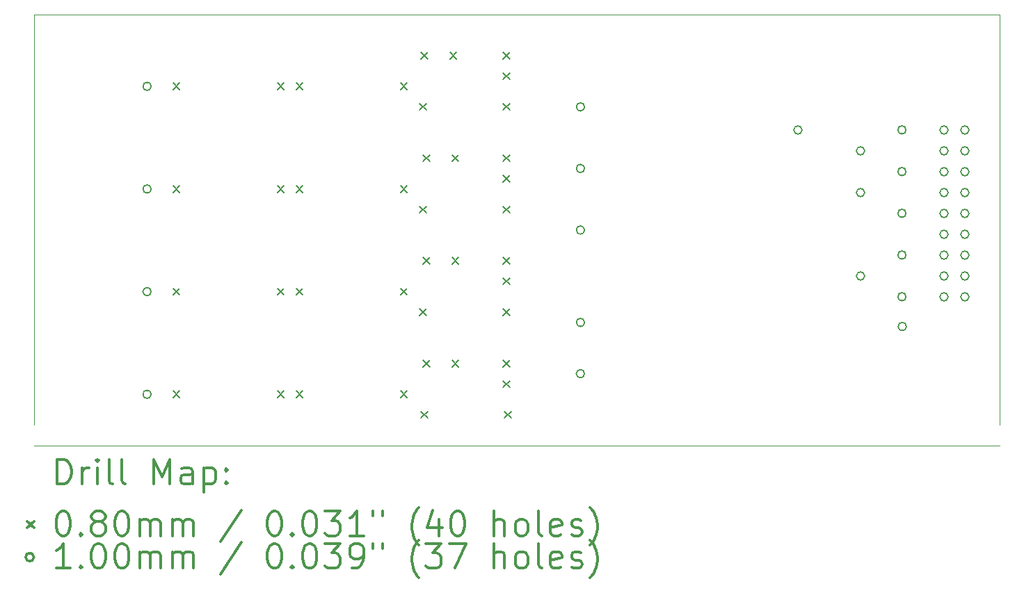
<source format=gbr>
%FSLAX45Y45*%
G04 Gerber Fmt 4.5, Leading zero omitted, Abs format (unit mm)*
G04 Created by KiCad (PCBNEW (5.1.5-0)) date 2020-04-03 13:37:01*
%MOMM*%
%LPD*%
G04 APERTURE LIST*
%TA.AperFunction,Profile*%
%ADD10C,0.050000*%
%TD*%
%ADD11C,0.200000*%
%ADD12C,0.300000*%
G04 APERTURE END LIST*
D10*
X11750000Y250000D02*
X11750000Y5250000D01*
X11750000Y5250000D02*
X0Y5250000D01*
X0Y0D02*
X11750000Y0D01*
X0Y5250000D02*
X0Y250000D01*
D11*
X4694000Y1665000D02*
X4774000Y1585000D01*
X4774000Y1665000D02*
X4694000Y1585000D01*
X5710000Y1665000D02*
X5790000Y1585000D01*
X5790000Y1665000D02*
X5710000Y1585000D01*
X4735000Y2290000D02*
X4815000Y2210000D01*
X4815000Y2290000D02*
X4735000Y2210000D01*
X5085000Y2290000D02*
X5165000Y2210000D01*
X5165000Y2290000D02*
X5085000Y2210000D01*
X5710000Y2290000D02*
X5790000Y2210000D01*
X5790000Y2290000D02*
X5710000Y2210000D01*
X5710000Y2040000D02*
X5790000Y1960000D01*
X5790000Y2040000D02*
X5710000Y1960000D01*
X3190000Y665000D02*
X3270000Y585000D01*
X3270000Y665000D02*
X3190000Y585000D01*
X4460000Y665000D02*
X4540000Y585000D01*
X4540000Y665000D02*
X4460000Y585000D01*
X4694000Y2915000D02*
X4774000Y2835000D01*
X4774000Y2915000D02*
X4694000Y2835000D01*
X5710000Y2915000D02*
X5790000Y2835000D01*
X5790000Y2915000D02*
X5710000Y2835000D01*
X3190000Y3165000D02*
X3270000Y3085000D01*
X3270000Y3165000D02*
X3190000Y3085000D01*
X4460000Y3165000D02*
X4540000Y3085000D01*
X4540000Y3165000D02*
X4460000Y3085000D01*
X5710000Y1040000D02*
X5790000Y960000D01*
X5790000Y1040000D02*
X5710000Y960000D01*
X5710000Y790000D02*
X5790000Y710000D01*
X5790000Y790000D02*
X5710000Y710000D01*
X4694000Y4165000D02*
X4774000Y4085000D01*
X4774000Y4165000D02*
X4694000Y4085000D01*
X5710000Y4165000D02*
X5790000Y4085000D01*
X5790000Y4165000D02*
X5710000Y4085000D01*
X5710000Y4790000D02*
X5790000Y4710000D01*
X5790000Y4790000D02*
X5710000Y4710000D01*
X5710000Y4540000D02*
X5790000Y4460000D01*
X5790000Y4540000D02*
X5710000Y4460000D01*
X4735000Y1040000D02*
X4815000Y960000D01*
X4815000Y1040000D02*
X4735000Y960000D01*
X5085000Y1040000D02*
X5165000Y960000D01*
X5165000Y1040000D02*
X5085000Y960000D01*
X4710000Y4790000D02*
X4790000Y4710000D01*
X4790000Y4790000D02*
X4710000Y4710000D01*
X5060000Y4790000D02*
X5140000Y4710000D01*
X5140000Y4790000D02*
X5060000Y4710000D01*
X1690000Y4415000D02*
X1770000Y4335000D01*
X1770000Y4415000D02*
X1690000Y4335000D01*
X2960000Y4415000D02*
X3040000Y4335000D01*
X3040000Y4415000D02*
X2960000Y4335000D01*
X5710000Y3540000D02*
X5790000Y3460000D01*
X5790000Y3540000D02*
X5710000Y3460000D01*
X5710000Y3290000D02*
X5790000Y3210000D01*
X5790000Y3290000D02*
X5710000Y3210000D01*
X3190000Y1915000D02*
X3270000Y1835000D01*
X3270000Y1915000D02*
X3190000Y1835000D01*
X4460000Y1915000D02*
X4540000Y1835000D01*
X4540000Y1915000D02*
X4460000Y1835000D01*
X3190000Y4415000D02*
X3270000Y4335000D01*
X3270000Y4415000D02*
X3190000Y4335000D01*
X4460000Y4415000D02*
X4540000Y4335000D01*
X4540000Y4415000D02*
X4460000Y4335000D01*
X1690000Y3165000D02*
X1770000Y3085000D01*
X1770000Y3165000D02*
X1690000Y3085000D01*
X2960000Y3165000D02*
X3040000Y3085000D01*
X3040000Y3165000D02*
X2960000Y3085000D01*
X1690000Y1915000D02*
X1770000Y1835000D01*
X1770000Y1915000D02*
X1690000Y1835000D01*
X2960000Y1915000D02*
X3040000Y1835000D01*
X3040000Y1915000D02*
X2960000Y1835000D01*
X4735000Y3540000D02*
X4815000Y3460000D01*
X4815000Y3540000D02*
X4735000Y3460000D01*
X5085000Y3540000D02*
X5165000Y3460000D01*
X5165000Y3540000D02*
X5085000Y3460000D01*
X1690000Y665000D02*
X1770000Y585000D01*
X1770000Y665000D02*
X1690000Y585000D01*
X2960000Y665000D02*
X3040000Y585000D01*
X3040000Y665000D02*
X2960000Y585000D01*
X4710000Y415000D02*
X4790000Y335000D01*
X4790000Y415000D02*
X4710000Y335000D01*
X5726000Y415000D02*
X5806000Y335000D01*
X5806000Y415000D02*
X5726000Y335000D01*
X10613000Y3844000D02*
G75*
G03X10613000Y3844000I-50000J0D01*
G01*
X10613000Y1812000D02*
G75*
G03X10613000Y1812000I-50000J0D01*
G01*
X1425000Y625000D02*
G75*
G03X1425000Y625000I-50000J0D01*
G01*
X6700000Y2625000D02*
G75*
G03X6700000Y2625000I-50000J0D01*
G01*
X11125000Y2320000D02*
G75*
G03X11125000Y2320000I-50000J0D01*
G01*
X11125000Y2066000D02*
G75*
G03X11125000Y2066000I-50000J0D01*
G01*
X11125000Y1812000D02*
G75*
G03X11125000Y1812000I-50000J0D01*
G01*
X11379000Y2320000D02*
G75*
G03X11379000Y2320000I-50000J0D01*
G01*
X11379000Y2066000D02*
G75*
G03X11379000Y2066000I-50000J0D01*
G01*
X11379000Y1812000D02*
G75*
G03X11379000Y1812000I-50000J0D01*
G01*
X10613000Y3336000D02*
G75*
G03X10613000Y3336000I-50000J0D01*
G01*
X6700000Y4125000D02*
G75*
G03X6700000Y4125000I-50000J0D01*
G01*
X1425000Y4375000D02*
G75*
G03X1425000Y4375000I-50000J0D01*
G01*
X10109000Y2066000D02*
G75*
G03X10109000Y2066000I-50000J0D01*
G01*
X9347000Y3844000D02*
G75*
G03X9347000Y3844000I-50000J0D01*
G01*
X6700000Y1500000D02*
G75*
G03X6700000Y1500000I-50000J0D01*
G01*
X11125000Y3844000D02*
G75*
G03X11125000Y3844000I-50000J0D01*
G01*
X11125000Y3590000D02*
G75*
G03X11125000Y3590000I-50000J0D01*
G01*
X11125000Y3336000D02*
G75*
G03X11125000Y3336000I-50000J0D01*
G01*
X11125000Y3082000D02*
G75*
G03X11125000Y3082000I-50000J0D01*
G01*
X11125000Y2828000D02*
G75*
G03X11125000Y2828000I-50000J0D01*
G01*
X11125000Y2574000D02*
G75*
G03X11125000Y2574000I-50000J0D01*
G01*
X11379000Y3844000D02*
G75*
G03X11379000Y3844000I-50000J0D01*
G01*
X11379000Y3590000D02*
G75*
G03X11379000Y3590000I-50000J0D01*
G01*
X11379000Y3336000D02*
G75*
G03X11379000Y3336000I-50000J0D01*
G01*
X11379000Y3082000D02*
G75*
G03X11379000Y3082000I-50000J0D01*
G01*
X11379000Y2828000D02*
G75*
G03X11379000Y2828000I-50000J0D01*
G01*
X11379000Y2574000D02*
G75*
G03X11379000Y2574000I-50000J0D01*
G01*
X1425000Y1875000D02*
G75*
G03X1425000Y1875000I-50000J0D01*
G01*
X10109000Y3590000D02*
G75*
G03X10109000Y3590000I-50000J0D01*
G01*
X10613000Y2320000D02*
G75*
G03X10613000Y2320000I-50000J0D01*
G01*
X6700000Y875000D02*
G75*
G03X6700000Y875000I-50000J0D01*
G01*
X10613000Y2828000D02*
G75*
G03X10613000Y2828000I-50000J0D01*
G01*
X10617000Y1450000D02*
G75*
G03X10617000Y1450000I-50000J0D01*
G01*
X6700000Y3375000D02*
G75*
G03X6700000Y3375000I-50000J0D01*
G01*
X1425000Y3125000D02*
G75*
G03X1425000Y3125000I-50000J0D01*
G01*
X10109000Y3082000D02*
G75*
G03X10109000Y3082000I-50000J0D01*
G01*
D12*
X283928Y-468214D02*
X283928Y-168214D01*
X355357Y-168214D01*
X398214Y-182500D01*
X426786Y-211071D01*
X441071Y-239643D01*
X455357Y-296786D01*
X455357Y-339643D01*
X441071Y-396786D01*
X426786Y-425357D01*
X398214Y-453929D01*
X355357Y-468214D01*
X283928Y-468214D01*
X583928Y-468214D02*
X583928Y-268214D01*
X583928Y-325357D02*
X598214Y-296786D01*
X612500Y-282500D01*
X641071Y-268214D01*
X669643Y-268214D01*
X769643Y-468214D02*
X769643Y-268214D01*
X769643Y-168214D02*
X755357Y-182500D01*
X769643Y-196786D01*
X783928Y-182500D01*
X769643Y-168214D01*
X769643Y-196786D01*
X955357Y-468214D02*
X926786Y-453929D01*
X912500Y-425357D01*
X912500Y-168214D01*
X1112500Y-468214D02*
X1083928Y-453929D01*
X1069643Y-425357D01*
X1069643Y-168214D01*
X1455357Y-468214D02*
X1455357Y-168214D01*
X1555357Y-382500D01*
X1655357Y-168214D01*
X1655357Y-468214D01*
X1926786Y-468214D02*
X1926786Y-311072D01*
X1912500Y-282500D01*
X1883928Y-268214D01*
X1826786Y-268214D01*
X1798214Y-282500D01*
X1926786Y-453929D02*
X1898214Y-468214D01*
X1826786Y-468214D01*
X1798214Y-453929D01*
X1783928Y-425357D01*
X1783928Y-396786D01*
X1798214Y-368214D01*
X1826786Y-353929D01*
X1898214Y-353929D01*
X1926786Y-339643D01*
X2069643Y-268214D02*
X2069643Y-568214D01*
X2069643Y-282500D02*
X2098214Y-268214D01*
X2155357Y-268214D01*
X2183928Y-282500D01*
X2198214Y-296786D01*
X2212500Y-325357D01*
X2212500Y-411071D01*
X2198214Y-439643D01*
X2183928Y-453929D01*
X2155357Y-468214D01*
X2098214Y-468214D01*
X2069643Y-453929D01*
X2341071Y-439643D02*
X2355357Y-453929D01*
X2341071Y-468214D01*
X2326786Y-453929D01*
X2341071Y-439643D01*
X2341071Y-468214D01*
X2341071Y-282500D02*
X2355357Y-296786D01*
X2341071Y-311072D01*
X2326786Y-296786D01*
X2341071Y-282500D01*
X2341071Y-311072D01*
X-82500Y-922500D02*
X-2500Y-1002500D01*
X-2500Y-922500D02*
X-82500Y-1002500D01*
X341071Y-798214D02*
X369643Y-798214D01*
X398214Y-812500D01*
X412500Y-826786D01*
X426786Y-855357D01*
X441071Y-912500D01*
X441071Y-983929D01*
X426786Y-1041071D01*
X412500Y-1069643D01*
X398214Y-1083929D01*
X369643Y-1098214D01*
X341071Y-1098214D01*
X312500Y-1083929D01*
X298214Y-1069643D01*
X283928Y-1041071D01*
X269643Y-983929D01*
X269643Y-912500D01*
X283928Y-855357D01*
X298214Y-826786D01*
X312500Y-812500D01*
X341071Y-798214D01*
X569643Y-1069643D02*
X583928Y-1083929D01*
X569643Y-1098214D01*
X555357Y-1083929D01*
X569643Y-1069643D01*
X569643Y-1098214D01*
X755357Y-926786D02*
X726786Y-912500D01*
X712500Y-898214D01*
X698214Y-869643D01*
X698214Y-855357D01*
X712500Y-826786D01*
X726786Y-812500D01*
X755357Y-798214D01*
X812500Y-798214D01*
X841071Y-812500D01*
X855357Y-826786D01*
X869643Y-855357D01*
X869643Y-869643D01*
X855357Y-898214D01*
X841071Y-912500D01*
X812500Y-926786D01*
X755357Y-926786D01*
X726786Y-941071D01*
X712500Y-955357D01*
X698214Y-983929D01*
X698214Y-1041071D01*
X712500Y-1069643D01*
X726786Y-1083929D01*
X755357Y-1098214D01*
X812500Y-1098214D01*
X841071Y-1083929D01*
X855357Y-1069643D01*
X869643Y-1041071D01*
X869643Y-983929D01*
X855357Y-955357D01*
X841071Y-941071D01*
X812500Y-926786D01*
X1055357Y-798214D02*
X1083928Y-798214D01*
X1112500Y-812500D01*
X1126786Y-826786D01*
X1141071Y-855357D01*
X1155357Y-912500D01*
X1155357Y-983929D01*
X1141071Y-1041071D01*
X1126786Y-1069643D01*
X1112500Y-1083929D01*
X1083928Y-1098214D01*
X1055357Y-1098214D01*
X1026786Y-1083929D01*
X1012500Y-1069643D01*
X998214Y-1041071D01*
X983928Y-983929D01*
X983928Y-912500D01*
X998214Y-855357D01*
X1012500Y-826786D01*
X1026786Y-812500D01*
X1055357Y-798214D01*
X1283928Y-1098214D02*
X1283928Y-898214D01*
X1283928Y-926786D02*
X1298214Y-912500D01*
X1326786Y-898214D01*
X1369643Y-898214D01*
X1398214Y-912500D01*
X1412500Y-941071D01*
X1412500Y-1098214D01*
X1412500Y-941071D02*
X1426786Y-912500D01*
X1455357Y-898214D01*
X1498214Y-898214D01*
X1526786Y-912500D01*
X1541071Y-941071D01*
X1541071Y-1098214D01*
X1683928Y-1098214D02*
X1683928Y-898214D01*
X1683928Y-926786D02*
X1698214Y-912500D01*
X1726786Y-898214D01*
X1769643Y-898214D01*
X1798214Y-912500D01*
X1812500Y-941071D01*
X1812500Y-1098214D01*
X1812500Y-941071D02*
X1826786Y-912500D01*
X1855357Y-898214D01*
X1898214Y-898214D01*
X1926786Y-912500D01*
X1941071Y-941071D01*
X1941071Y-1098214D01*
X2526786Y-783929D02*
X2269643Y-1169643D01*
X2912500Y-798214D02*
X2941071Y-798214D01*
X2969643Y-812500D01*
X2983928Y-826786D01*
X2998214Y-855357D01*
X3012500Y-912500D01*
X3012500Y-983929D01*
X2998214Y-1041071D01*
X2983928Y-1069643D01*
X2969643Y-1083929D01*
X2941071Y-1098214D01*
X2912500Y-1098214D01*
X2883928Y-1083929D01*
X2869643Y-1069643D01*
X2855357Y-1041071D01*
X2841071Y-983929D01*
X2841071Y-912500D01*
X2855357Y-855357D01*
X2869643Y-826786D01*
X2883928Y-812500D01*
X2912500Y-798214D01*
X3141071Y-1069643D02*
X3155357Y-1083929D01*
X3141071Y-1098214D01*
X3126786Y-1083929D01*
X3141071Y-1069643D01*
X3141071Y-1098214D01*
X3341071Y-798214D02*
X3369643Y-798214D01*
X3398214Y-812500D01*
X3412500Y-826786D01*
X3426786Y-855357D01*
X3441071Y-912500D01*
X3441071Y-983929D01*
X3426786Y-1041071D01*
X3412500Y-1069643D01*
X3398214Y-1083929D01*
X3369643Y-1098214D01*
X3341071Y-1098214D01*
X3312500Y-1083929D01*
X3298214Y-1069643D01*
X3283928Y-1041071D01*
X3269643Y-983929D01*
X3269643Y-912500D01*
X3283928Y-855357D01*
X3298214Y-826786D01*
X3312500Y-812500D01*
X3341071Y-798214D01*
X3541071Y-798214D02*
X3726786Y-798214D01*
X3626786Y-912500D01*
X3669643Y-912500D01*
X3698214Y-926786D01*
X3712500Y-941071D01*
X3726786Y-969643D01*
X3726786Y-1041071D01*
X3712500Y-1069643D01*
X3698214Y-1083929D01*
X3669643Y-1098214D01*
X3583928Y-1098214D01*
X3555357Y-1083929D01*
X3541071Y-1069643D01*
X4012500Y-1098214D02*
X3841071Y-1098214D01*
X3926786Y-1098214D02*
X3926786Y-798214D01*
X3898214Y-841071D01*
X3869643Y-869643D01*
X3841071Y-883929D01*
X4126786Y-798214D02*
X4126786Y-855357D01*
X4241071Y-798214D02*
X4241071Y-855357D01*
X4683928Y-1212500D02*
X4669643Y-1198214D01*
X4641071Y-1155357D01*
X4626786Y-1126786D01*
X4612500Y-1083929D01*
X4598214Y-1012500D01*
X4598214Y-955357D01*
X4612500Y-883929D01*
X4626786Y-841071D01*
X4641071Y-812500D01*
X4669643Y-769643D01*
X4683928Y-755357D01*
X4926786Y-898214D02*
X4926786Y-1098214D01*
X4855357Y-783929D02*
X4783928Y-998214D01*
X4969643Y-998214D01*
X5141071Y-798214D02*
X5169643Y-798214D01*
X5198214Y-812500D01*
X5212500Y-826786D01*
X5226786Y-855357D01*
X5241071Y-912500D01*
X5241071Y-983929D01*
X5226786Y-1041071D01*
X5212500Y-1069643D01*
X5198214Y-1083929D01*
X5169643Y-1098214D01*
X5141071Y-1098214D01*
X5112500Y-1083929D01*
X5098214Y-1069643D01*
X5083928Y-1041071D01*
X5069643Y-983929D01*
X5069643Y-912500D01*
X5083928Y-855357D01*
X5098214Y-826786D01*
X5112500Y-812500D01*
X5141071Y-798214D01*
X5598214Y-1098214D02*
X5598214Y-798214D01*
X5726786Y-1098214D02*
X5726786Y-941071D01*
X5712500Y-912500D01*
X5683928Y-898214D01*
X5641071Y-898214D01*
X5612500Y-912500D01*
X5598214Y-926786D01*
X5912500Y-1098214D02*
X5883928Y-1083929D01*
X5869643Y-1069643D01*
X5855357Y-1041071D01*
X5855357Y-955357D01*
X5869643Y-926786D01*
X5883928Y-912500D01*
X5912500Y-898214D01*
X5955357Y-898214D01*
X5983928Y-912500D01*
X5998214Y-926786D01*
X6012500Y-955357D01*
X6012500Y-1041071D01*
X5998214Y-1069643D01*
X5983928Y-1083929D01*
X5955357Y-1098214D01*
X5912500Y-1098214D01*
X6183928Y-1098214D02*
X6155357Y-1083929D01*
X6141071Y-1055357D01*
X6141071Y-798214D01*
X6412500Y-1083929D02*
X6383928Y-1098214D01*
X6326786Y-1098214D01*
X6298214Y-1083929D01*
X6283928Y-1055357D01*
X6283928Y-941071D01*
X6298214Y-912500D01*
X6326786Y-898214D01*
X6383928Y-898214D01*
X6412500Y-912500D01*
X6426786Y-941071D01*
X6426786Y-969643D01*
X6283928Y-998214D01*
X6541071Y-1083929D02*
X6569643Y-1098214D01*
X6626786Y-1098214D01*
X6655357Y-1083929D01*
X6669643Y-1055357D01*
X6669643Y-1041071D01*
X6655357Y-1012500D01*
X6626786Y-998214D01*
X6583928Y-998214D01*
X6555357Y-983929D01*
X6541071Y-955357D01*
X6541071Y-941071D01*
X6555357Y-912500D01*
X6583928Y-898214D01*
X6626786Y-898214D01*
X6655357Y-912500D01*
X6769643Y-1212500D02*
X6783928Y-1198214D01*
X6812500Y-1155357D01*
X6826786Y-1126786D01*
X6841071Y-1083929D01*
X6855357Y-1012500D01*
X6855357Y-955357D01*
X6841071Y-883929D01*
X6826786Y-841071D01*
X6812500Y-812500D01*
X6783928Y-769643D01*
X6769643Y-755357D01*
X-2500Y-1358500D02*
G75*
G03X-2500Y-1358500I-50000J0D01*
G01*
X441071Y-1494214D02*
X269643Y-1494214D01*
X355357Y-1494214D02*
X355357Y-1194214D01*
X326786Y-1237072D01*
X298214Y-1265643D01*
X269643Y-1279929D01*
X569643Y-1465643D02*
X583928Y-1479929D01*
X569643Y-1494214D01*
X555357Y-1479929D01*
X569643Y-1465643D01*
X569643Y-1494214D01*
X769643Y-1194214D02*
X798214Y-1194214D01*
X826786Y-1208500D01*
X841071Y-1222786D01*
X855357Y-1251357D01*
X869643Y-1308500D01*
X869643Y-1379929D01*
X855357Y-1437071D01*
X841071Y-1465643D01*
X826786Y-1479929D01*
X798214Y-1494214D01*
X769643Y-1494214D01*
X741071Y-1479929D01*
X726786Y-1465643D01*
X712500Y-1437071D01*
X698214Y-1379929D01*
X698214Y-1308500D01*
X712500Y-1251357D01*
X726786Y-1222786D01*
X741071Y-1208500D01*
X769643Y-1194214D01*
X1055357Y-1194214D02*
X1083928Y-1194214D01*
X1112500Y-1208500D01*
X1126786Y-1222786D01*
X1141071Y-1251357D01*
X1155357Y-1308500D01*
X1155357Y-1379929D01*
X1141071Y-1437071D01*
X1126786Y-1465643D01*
X1112500Y-1479929D01*
X1083928Y-1494214D01*
X1055357Y-1494214D01*
X1026786Y-1479929D01*
X1012500Y-1465643D01*
X998214Y-1437071D01*
X983928Y-1379929D01*
X983928Y-1308500D01*
X998214Y-1251357D01*
X1012500Y-1222786D01*
X1026786Y-1208500D01*
X1055357Y-1194214D01*
X1283928Y-1494214D02*
X1283928Y-1294214D01*
X1283928Y-1322786D02*
X1298214Y-1308500D01*
X1326786Y-1294214D01*
X1369643Y-1294214D01*
X1398214Y-1308500D01*
X1412500Y-1337072D01*
X1412500Y-1494214D01*
X1412500Y-1337072D02*
X1426786Y-1308500D01*
X1455357Y-1294214D01*
X1498214Y-1294214D01*
X1526786Y-1308500D01*
X1541071Y-1337072D01*
X1541071Y-1494214D01*
X1683928Y-1494214D02*
X1683928Y-1294214D01*
X1683928Y-1322786D02*
X1698214Y-1308500D01*
X1726786Y-1294214D01*
X1769643Y-1294214D01*
X1798214Y-1308500D01*
X1812500Y-1337072D01*
X1812500Y-1494214D01*
X1812500Y-1337072D02*
X1826786Y-1308500D01*
X1855357Y-1294214D01*
X1898214Y-1294214D01*
X1926786Y-1308500D01*
X1941071Y-1337072D01*
X1941071Y-1494214D01*
X2526786Y-1179929D02*
X2269643Y-1565643D01*
X2912500Y-1194214D02*
X2941071Y-1194214D01*
X2969643Y-1208500D01*
X2983928Y-1222786D01*
X2998214Y-1251357D01*
X3012500Y-1308500D01*
X3012500Y-1379929D01*
X2998214Y-1437071D01*
X2983928Y-1465643D01*
X2969643Y-1479929D01*
X2941071Y-1494214D01*
X2912500Y-1494214D01*
X2883928Y-1479929D01*
X2869643Y-1465643D01*
X2855357Y-1437071D01*
X2841071Y-1379929D01*
X2841071Y-1308500D01*
X2855357Y-1251357D01*
X2869643Y-1222786D01*
X2883928Y-1208500D01*
X2912500Y-1194214D01*
X3141071Y-1465643D02*
X3155357Y-1479929D01*
X3141071Y-1494214D01*
X3126786Y-1479929D01*
X3141071Y-1465643D01*
X3141071Y-1494214D01*
X3341071Y-1194214D02*
X3369643Y-1194214D01*
X3398214Y-1208500D01*
X3412500Y-1222786D01*
X3426786Y-1251357D01*
X3441071Y-1308500D01*
X3441071Y-1379929D01*
X3426786Y-1437071D01*
X3412500Y-1465643D01*
X3398214Y-1479929D01*
X3369643Y-1494214D01*
X3341071Y-1494214D01*
X3312500Y-1479929D01*
X3298214Y-1465643D01*
X3283928Y-1437071D01*
X3269643Y-1379929D01*
X3269643Y-1308500D01*
X3283928Y-1251357D01*
X3298214Y-1222786D01*
X3312500Y-1208500D01*
X3341071Y-1194214D01*
X3541071Y-1194214D02*
X3726786Y-1194214D01*
X3626786Y-1308500D01*
X3669643Y-1308500D01*
X3698214Y-1322786D01*
X3712500Y-1337072D01*
X3726786Y-1365643D01*
X3726786Y-1437071D01*
X3712500Y-1465643D01*
X3698214Y-1479929D01*
X3669643Y-1494214D01*
X3583928Y-1494214D01*
X3555357Y-1479929D01*
X3541071Y-1465643D01*
X3869643Y-1494214D02*
X3926786Y-1494214D01*
X3955357Y-1479929D01*
X3969643Y-1465643D01*
X3998214Y-1422786D01*
X4012500Y-1365643D01*
X4012500Y-1251357D01*
X3998214Y-1222786D01*
X3983928Y-1208500D01*
X3955357Y-1194214D01*
X3898214Y-1194214D01*
X3869643Y-1208500D01*
X3855357Y-1222786D01*
X3841071Y-1251357D01*
X3841071Y-1322786D01*
X3855357Y-1351357D01*
X3869643Y-1365643D01*
X3898214Y-1379929D01*
X3955357Y-1379929D01*
X3983928Y-1365643D01*
X3998214Y-1351357D01*
X4012500Y-1322786D01*
X4126786Y-1194214D02*
X4126786Y-1251357D01*
X4241071Y-1194214D02*
X4241071Y-1251357D01*
X4683928Y-1608500D02*
X4669643Y-1594214D01*
X4641071Y-1551357D01*
X4626786Y-1522786D01*
X4612500Y-1479929D01*
X4598214Y-1408500D01*
X4598214Y-1351357D01*
X4612500Y-1279929D01*
X4626786Y-1237072D01*
X4641071Y-1208500D01*
X4669643Y-1165643D01*
X4683928Y-1151357D01*
X4769643Y-1194214D02*
X4955357Y-1194214D01*
X4855357Y-1308500D01*
X4898214Y-1308500D01*
X4926786Y-1322786D01*
X4941071Y-1337072D01*
X4955357Y-1365643D01*
X4955357Y-1437071D01*
X4941071Y-1465643D01*
X4926786Y-1479929D01*
X4898214Y-1494214D01*
X4812500Y-1494214D01*
X4783928Y-1479929D01*
X4769643Y-1465643D01*
X5055357Y-1194214D02*
X5255357Y-1194214D01*
X5126786Y-1494214D01*
X5598214Y-1494214D02*
X5598214Y-1194214D01*
X5726786Y-1494214D02*
X5726786Y-1337072D01*
X5712500Y-1308500D01*
X5683928Y-1294214D01*
X5641071Y-1294214D01*
X5612500Y-1308500D01*
X5598214Y-1322786D01*
X5912500Y-1494214D02*
X5883928Y-1479929D01*
X5869643Y-1465643D01*
X5855357Y-1437071D01*
X5855357Y-1351357D01*
X5869643Y-1322786D01*
X5883928Y-1308500D01*
X5912500Y-1294214D01*
X5955357Y-1294214D01*
X5983928Y-1308500D01*
X5998214Y-1322786D01*
X6012500Y-1351357D01*
X6012500Y-1437071D01*
X5998214Y-1465643D01*
X5983928Y-1479929D01*
X5955357Y-1494214D01*
X5912500Y-1494214D01*
X6183928Y-1494214D02*
X6155357Y-1479929D01*
X6141071Y-1451357D01*
X6141071Y-1194214D01*
X6412500Y-1479929D02*
X6383928Y-1494214D01*
X6326786Y-1494214D01*
X6298214Y-1479929D01*
X6283928Y-1451357D01*
X6283928Y-1337072D01*
X6298214Y-1308500D01*
X6326786Y-1294214D01*
X6383928Y-1294214D01*
X6412500Y-1308500D01*
X6426786Y-1337072D01*
X6426786Y-1365643D01*
X6283928Y-1394214D01*
X6541071Y-1479929D02*
X6569643Y-1494214D01*
X6626786Y-1494214D01*
X6655357Y-1479929D01*
X6669643Y-1451357D01*
X6669643Y-1437071D01*
X6655357Y-1408500D01*
X6626786Y-1394214D01*
X6583928Y-1394214D01*
X6555357Y-1379929D01*
X6541071Y-1351357D01*
X6541071Y-1337072D01*
X6555357Y-1308500D01*
X6583928Y-1294214D01*
X6626786Y-1294214D01*
X6655357Y-1308500D01*
X6769643Y-1608500D02*
X6783928Y-1594214D01*
X6812500Y-1551357D01*
X6826786Y-1522786D01*
X6841071Y-1479929D01*
X6855357Y-1408500D01*
X6855357Y-1351357D01*
X6841071Y-1279929D01*
X6826786Y-1237072D01*
X6812500Y-1208500D01*
X6783928Y-1165643D01*
X6769643Y-1151357D01*
M02*

</source>
